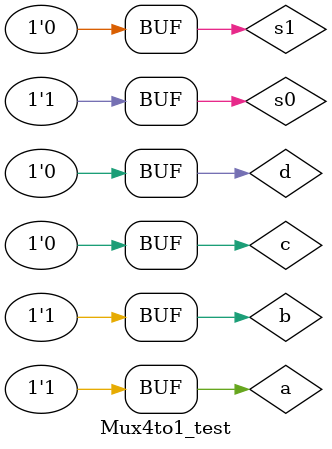
<source format=v>
module Mux4to1_test;

wire out;
reg a,b,c,d,s0,s1;

Mux_4to1 U1 (out, a, b, c, d, s0, s1);

initial begin 
a=0;
b=0;
c=0;
d=0;
s0=0;
s1=0;

#10;
a=1;  

#20;
s0=1;

#10;
b=1;

end 

endmodule


</source>
